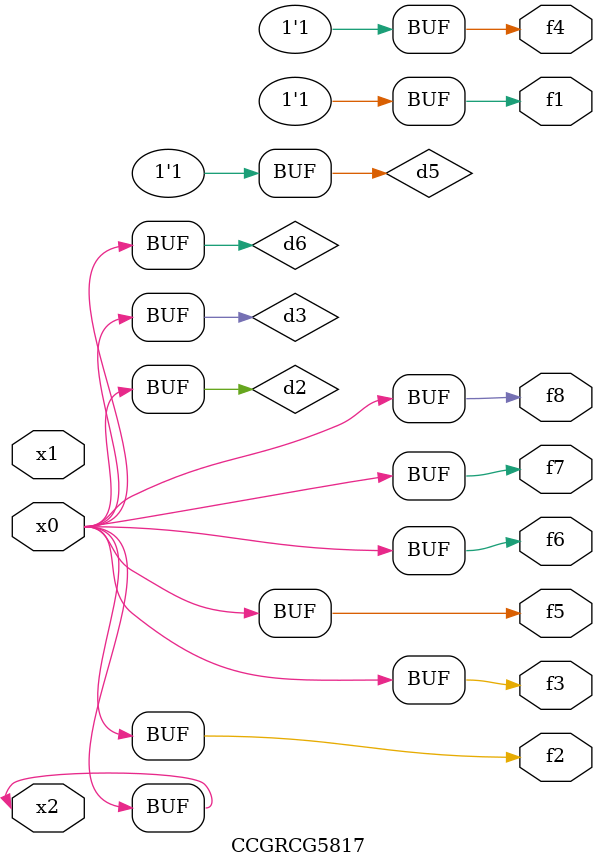
<source format=v>
module CCGRCG5817(
	input x0, x1, x2,
	output f1, f2, f3, f4, f5, f6, f7, f8
);

	wire d1, d2, d3, d4, d5, d6;

	xnor (d1, x2);
	buf (d2, x0, x2);
	and (d3, x0);
	xnor (d4, x1, x2);
	nand (d5, d1, d3);
	buf (d6, d2, d3);
	assign f1 = d5;
	assign f2 = d6;
	assign f3 = d6;
	assign f4 = d5;
	assign f5 = d6;
	assign f6 = d6;
	assign f7 = d6;
	assign f8 = d6;
endmodule

</source>
